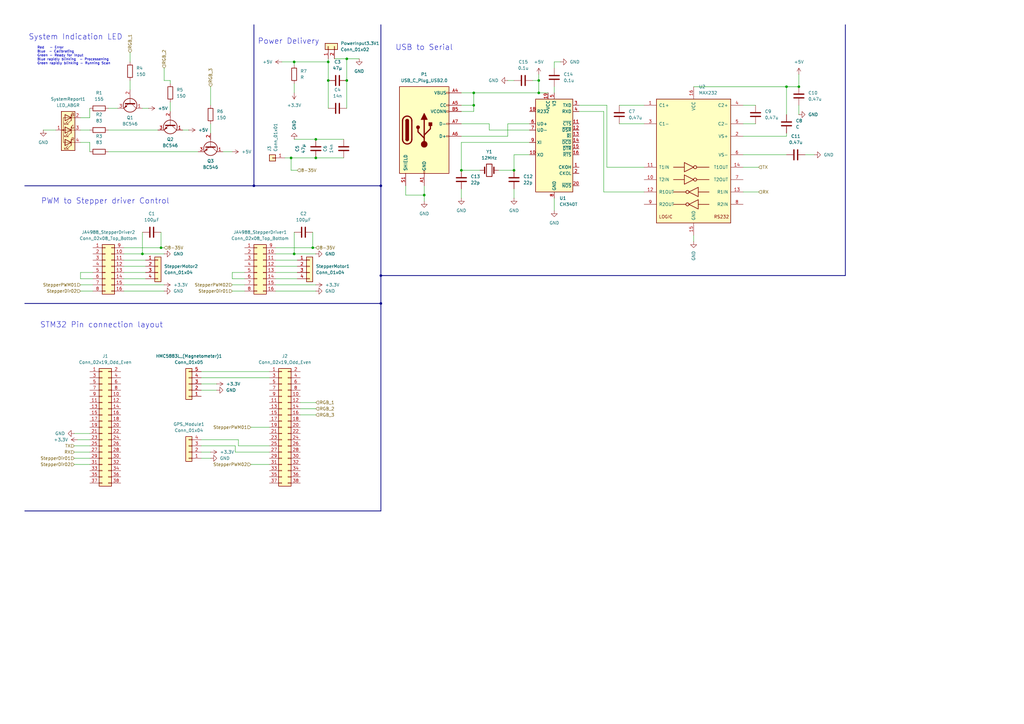
<source format=kicad_sch>
(kicad_sch (version 20250114) (generator "eeschema") (generator_version "9.0")
  (paper "A3")
  (lib_symbols
    (symbol "Connector:USB_C_Plug_USB2.0" (pin_names (offset 1.016))
      (property "Reference" "P" (at -10.16 19.05 0))
      (property "Value" "USB_C_Plug_USB2.0" (at 12.7 19.05 0))
      (symbol "USB_C_Plug_USB2.0_1_1"
        (pin passive line (at -7.62 -22.86 90) (length 5.08) (name "SHIELD") (number "S1"))
        (pin passive line (at 0 -22.86 90) (length 5.08) (name "GND") (number "A1"))
        (pin passive line (at 0 -22.86 90) (length 5.08) (hide yes) (name "GND") (number "A12"))
        (pin passive line (at 0 -22.86 90) (length 5.08) (hide yes) (name "GND") (number "B1"))
        (pin passive line (at 0 -22.86 90) (length 5.08) (hide yes) (name "GND") (number "B12"))
        (pin passive line (at 15.24 15.24 180) (length 5.08) (name "VBUS") (number "A4"))
        (pin passive line (at 15.24 15.24 180) (length 5.08) (hide yes) (name "VBUS") (number "A9"))
        (pin passive line (at 15.24 15.24 180) (length 5.08) (hide yes) (name "VBUS") (number "B4"))
        (pin passive line (at 15.24 15.24 180) (length 5.08) (hide yes) (name "VBUS") (number "B9"))
        (pin bidirectional line (at 15.24 10.16 180) (length 5.08) (name "CC") (number "A5"))
        (pin bidirectional line (at 15.24 7.62 180) (length 5.08) (name "VCONN") (number "B5"))
        (pin bidirectional line (at 15.24 2.54 180) (length 5.08) (name "D-") (number "A7"))
        (pin bidirectional line (at 15.24 -2.54 180) (length 5.08) (name "D+") (number "A6"))
      )
    )
    (symbol "Connector_Generic:Conn_01x01" (pin_names (offset 1.016) (hide yes))
      (property "Reference" "J" (at 0 2.54 0))
      (property "Value" "Conn_01x01" (at 0 -2.54 0))
      (symbol "Conn_01x01_1_1"
        (pin passive line (at -5.08 0 0) (length 3.81) (name "Pin_1") (number "1"))
      )
    )
    (symbol "Connector_Generic:Conn_01x02" (pin_names (offset 1.016) (hide yes))
      (property "Reference" "J" (at 0 2.54 0))
      (property "Value" "Conn_01x02" (at 0 -5.08 0))
      (symbol "Conn_01x02_1_1"
        (pin passive line (at -5.08 0 0) (length 3.81) (name "Pin_1") (number "1"))
        (pin passive line (at -5.08 -2.54 0) (length 3.81) (name "Pin_2") (number "2"))
      )
    )
    (symbol "Connector_Generic:Conn_01x04" (pin_names (offset 1.016) (hide yes))
      (property "Reference" "J" (at 0 5.08 0))
      (property "Value" "Conn_01x04" (at 0 -7.62 0))
      (symbol "Conn_01x04_1_1"
        (pin passive line (at -5.08 2.54 0) (length 3.81) (name "Pin_1") (number "1"))
        (pin passive line (at -5.08 0 0) (length 3.81) (name "Pin_2") (number "2"))
        (pin passive line (at -5.08 -2.54 0) (length 3.81) (name "Pin_3") (number "3"))
        (pin passive line (at -5.08 -5.08 0) (length 3.81) (name "Pin_4") (number "4"))
      )
    )
    (symbol "Connector_Generic:Conn_01x05" (pin_names (offset 1.016) (hide yes))
      (property "Reference" "J" (at 0 7.62 0))
      (property "Value" "Conn_01x05" (at 0 -7.62 0))
      (symbol "Conn_01x05_1_1"
        (pin passive line (at -5.08 5.08 0) (length 3.81) (name "Pin_1") (number "1"))
        (pin passive line (at -5.08 2.54 0) (length 3.81) (name "Pin_2") (number "2"))
        (pin passive line (at -5.08 0 0) (length 3.81) (name "Pin_3") (number "3"))
        (pin passive line (at -5.08 -2.54 0) (length 3.81) (name "Pin_4") (number "4"))
        (pin passive line (at -5.08 -5.08 0) (length 3.81) (name "Pin_5") (number "5"))
      )
    )
    (symbol "Connector_Generic:Conn_02x08_Top_Bottom" (pin_names (offset 1.016) (hide yes))
      (property "Reference" "J" (at 1.27 10.16 0))
      (property "Value" "Conn_02x08_Top_Bottom" (at 1.27 -12.7 0))
      (symbol "Conn_02x08_Top_Bottom_1_1"
        (pin passive line (at -5.08 7.62 0) (length 3.81) (name "Pin_1") (number "1"))
        (pin passive line (at -5.08 5.08 0) (length 3.81) (name "Pin_2") (number "2"))
        (pin passive line (at -5.08 2.54 0) (length 3.81) (name "Pin_3") (number "3"))
        (pin passive line (at -5.08 0 0) (length 3.81) (name "Pin_4") (number "4"))
        (pin passive line (at -5.08 -2.54 0) (length 3.81) (name "Pin_5") (number "5"))
        (pin passive line (at -5.08 -5.08 0) (length 3.81) (name "Pin_6") (number "6"))
        (pin passive line (at -5.08 -7.62 0) (length 3.81) (name "Pin_7") (number "7"))
        (pin passive line (at -5.08 -10.16 0) (length 3.81) (name "Pin_8") (number "8"))
        (pin passive line (at 7.62 7.62 180) (length 3.81) (name "Pin_9") (number "9"))
        (pin passive line (at 7.62 5.08 180) (length 3.81) (name "Pin_10") (number "10"))
        (pin passive line (at 7.62 2.54 180) (length 3.81) (name "Pin_11") (number "11"))
        (pin passive line (at 7.62 0 180) (length 3.81) (name "Pin_12") (number "12"))
        (pin passive line (at 7.62 -2.54 180) (length 3.81) (name "Pin_13") (number "13"))
        (pin passive line (at 7.62 -5.08 180) (length 3.81) (name "Pin_14") (number "14"))
        (pin passive line (at 7.62 -7.62 180) (length 3.81) (name "Pin_15") (number "15"))
        (pin passive line (at 7.62 -10.16 180) (length 3.81) (name "Pin_16") (number "16"))
      )
    )
    (symbol "Connector_Generic:Conn_02x19_Odd_Even" (pin_names (offset 1.016) (hide yes))
      (property "Reference" "J" (at 1.27 25.4 0))
      (property "Value" "Conn_02x19_Odd_Even" (at 1.27 -25.4 0))
      (symbol "Conn_02x19_Odd_Even_1_1"
        (pin passive line (at -5.08 22.86 0) (length 3.81) (name "Pin_1") (number "1"))
        (pin passive line (at -5.08 20.32 0) (length 3.81) (name "Pin_3") (number "3"))
        (pin passive line (at -5.08 17.78 0) (length 3.81) (name "Pin_5") (number "5"))
        (pin passive line (at -5.08 15.24 0) (length 3.81) (name "Pin_7") (number "7"))
        (pin passive line (at -5.08 12.7 0) (length 3.81) (name "Pin_9") (number "9"))
        (pin passive line (at -5.08 10.16 0) (length 3.81) (name "Pin_11") (number "11"))
        (pin passive line (at -5.08 7.62 0) (length 3.81) (name "Pin_13") (number "13"))
        (pin passive line (at -5.08 5.08 0) (length 3.81) (name "Pin_15") (number "15"))
        (pin passive line (at -5.08 2.54 0) (length 3.81) (name "Pin_17") (number "17"))
        (pin passive line (at -5.08 0 0) (length 3.81) (name "Pin_19") (number "19"))
        (pin passive line (at -5.08 -2.54 0) (length 3.81) (name "Pin_21") (number "21"))
        (pin passive line (at -5.08 -5.08 0) (length 3.81) (name "Pin_23") (number "23"))
        (pin passive line (at -5.08 -7.62 0) (length 3.81) (name "Pin_25") (number "25"))
        (pin passive line (at -5.08 -10.16 0) (length 3.81) (name "Pin_27") (number "27"))
        (pin passive line (at -5.08 -12.7 0) (length 3.81) (name "Pin_29") (number "29"))
        (pin passive line (at -5.08 -15.24 0) (length 3.81) (name "Pin_31") (number "31"))
        (pin passive line (at -5.08 -17.78 0) (length 3.81) (name "Pin_33") (number "33"))
        (pin passive line (at -5.08 -20.32 0) (length 3.81) (name "Pin_35") (number "35"))
        (pin passive line (at -5.08 -22.86 0) (length 3.81) (name "Pin_37") (number "37"))
        (pin passive line (at 7.62 22.86 180) (length 3.81) (name "Pin_2") (number "2"))
        (pin passive line (at 7.62 20.32 180) (length 3.81) (name "Pin_4") (number "4"))
        (pin passive line (at 7.62 17.78 180) (length 3.81) (name "Pin_6") (number "6"))
        (pin passive line (at 7.62 15.24 180) (length 3.81) (name "Pin_8") (number "8"))
        (pin passive line (at 7.62 12.7 180) (length 3.81) (name "Pin_10") (number "10"))
        (pin passive line (at 7.62 10.16 180) (length 3.81) (name "Pin_12") (number "12"))
        (pin passive line (at 7.62 7.62 180) (length 3.81) (name "Pin_14") (number "14"))
        (pin passive line (at 7.62 5.08 180) (length 3.81) (name "Pin_16") (number "16"))
        (pin passive line (at 7.62 2.54 180) (length 3.81) (name "Pin_18") (number "18"))
        (pin passive line (at 7.62 0 180) (length 3.81) (name "Pin_20") (number "20"))
        (pin passive line (at 7.62 -2.54 180) (length 3.81) (name "Pin_22") (number "22"))
        (pin passive line (at 7.62 -5.08 180) (length 3.81) (name "Pin_24") (number "24"))
        (pin passive line (at 7.62 -7.62 180) (length 3.81) (name "Pin_26") (number "26"))
        (pin passive line (at 7.62 -10.16 180) (length 3.81) (name "Pin_28") (number "28"))
        (pin passive line (at 7.62 -12.7 180) (length 3.81) (name "Pin_30") (number "30"))
        (pin passive line (at 7.62 -15.24 180) (length 3.81) (name "Pin_32") (number "32"))
        (pin passive line (at 7.62 -17.78 180) (length 3.81) (name "Pin_34") (number "34"))
        (pin passive line (at 7.62 -20.32 180) (length 3.81) (name "Pin_36") (number "36"))
        (pin passive line (at 7.62 -22.86 180) (length 3.81) (name "Pin_38") (number "38"))
      )
    )
    (symbol "Device:C" (pin_numbers (hide yes)) (pin_names (offset 0.254))
      (property "Reference" "C" (at 0.635 2.54 0))
      (property "Value" "C" (at 0.635 -2.54 0))
      (symbol "C_1_1"
        (pin passive line (at 0 3.81 270) (length 2.794) (name "~") (number "1"))
        (pin passive line (at 0 -3.81 90) (length 2.794) (name "~") (number "2"))
      )
    )
    (symbol "Device:Crystal" (pin_numbers (hide yes)) (pin_names (offset 1.016) (hide yes))
      (property "Reference" "Y" (at 0 3.81 0))
      (property "Value" "Crystal" (at 0 -3.81 0))
      (symbol "Crystal_1_1"
        (pin passive line (at -3.81 0 0) (length 1.27) (name "1") (number "1"))
        (pin passive line (at 3.81 0 180) (length 1.27) (name "2") (number "2"))
      )
    )
    (symbol "Device:LED_ABGR" (pin_names (offset 0) (hide yes))
      (property "Reference" "D" (at 0 9.398 0))
      (property "Value" "LED_ABGR" (at 0 -8.89 0))
      (symbol "LED_ABGR_0_0"
        (text "R" (at -1.905 3.81 0) (effects (font (size 1.27 1.27))))
        (text "G" (at -1.905 -1.27 0) (effects (font (size 1.27 1.27))))
        (text "B" (at -1.905 -6.35 0) (effects (font (size 1.27 1.27))))
      )
      (symbol "LED_ABGR_1_1"
        (pin passive line (at -5.08 5.08 0) (length 2.54) (name "RK") (number "4"))
        (pin passive line (at -5.08 0 0) (length 2.54) (name "GK") (number "3"))
        (pin passive line (at -5.08 -5.08 0) (length 2.54) (name "BK") (number "2"))
        (pin passive line (at 5.08 0 180) (length 2.54) (name "A") (number "1"))
      )
    )
    (symbol "Device:R" (pin_numbers (hide yes)) (pin_names (offset 0))
      (property "Reference" "R" (at 2.032 0 90))
      (property "Value" "R" (at 0 0 90))
      (symbol "R_1_1"
        (pin passive line (at 0 3.81 270) (length 1.27) (name "~") (number "1"))
        (pin passive line (at 0 -3.81 90) (length 1.27) (name "~") (number "2"))
      )
    )
    (symbol "Interface_UART:MAX232" (pin_names (offset 1.016))
      (property "Reference" "U" (at -2.54 28.575 0))
      (property "Value" "MAX232" (at -2.54 26.67 0))
      (symbol "MAX232_0_0"
        (text "LOGIC" (at -11.43 -22.86 0) (effects (font (size 1.27 1.27))))
        (text "RS232" (at 11.43 -22.86 0) (effects (font (size 1.27 1.27))))
      )
      (symbol "MAX232_1_1"
        (pin passive line (at -20.32 22.86 0) (length 5.08) (name "C1+") (number "1"))
        (pin passive line (at -20.32 15.24 0) (length 5.08) (name "C1-") (number "3"))
        (pin input line (at -20.32 -2.54 0) (length 5.08) (name "T1IN") (number "11"))
        (pin input line (at -20.32 -7.62 0) (length 5.08) (name "T2IN") (number "10"))
        (pin output line (at -20.32 -12.7 0) (length 5.08) (name "R1OUT") (number "12"))
        (pin output line (at -20.32 -17.78 0) (length 5.08) (name "R2OUT") (number "9"))
        (pin power_in line (at 0 30.48 270) (length 5.08) (name "VCC") (number "16"))
        (pin power_in line (at 0 -30.48 90) (length 5.08) (name "GND") (number "15"))
        (pin passive line (at 20.32 22.86 180) (length 5.08) (name "C2+") (number "4"))
        (pin passive line (at 20.32 15.24 180) (length 5.08) (name "C2-") (number "5"))
        (pin power_out line (at 20.32 10.16 180) (length 5.08) (name "VS+") (number "2"))
        (pin power_out line (at 20.32 2.54 180) (length 5.08) (name "VS-") (number "6"))
        (pin output line (at 20.32 -2.54 180) (length 5.08) (name "T1OUT") (number "14"))
        (pin output line (at 20.32 -7.62 180) (length 5.08) (name "T2OUT") (number "7"))
        (pin input line (at 20.32 -12.7 180) (length 5.08) (name "R1IN") (number "13"))
        (pin input line (at 20.32 -17.78 180) (length 5.08) (name "R2IN") (number "8"))
      )
    )
    (symbol "Interface_USB:CH340T"
      (property "Reference" "U" (at -7.62 22.86 0))
      (property "Value" "CH340T" (at 7.62 22.86 0))
      (symbol "CH340T_1_1"
        (pin input line (at -10.16 15.24 0) (length 2.54) (name "R232") (number "18"))
        (pin bidirectional line (at -10.16 10.16 0) (length 2.54) (name "UD+") (number "6"))
        (pin bidirectional line (at -10.16 7.62 0) (length 2.54) (name "UD-") (number "7"))
        (pin input line (at -10.16 2.54 0) (length 2.54) (name "XI") (number "9"))
        (pin output line (at -10.16 -2.54 0) (length 2.54) (name "XO") (number "10"))
        (pin no_connect line (at -7.62 -7.62 0) (length 2.54) (hide yes) (name "NC") (number "17"))
        (pin power_in line (at -2.54 22.86 270) (length 2.54) (name "VCC") (number "19"))
        (pin power_out line (at 0 22.86 270) (length 2.54) (name "V3") (number "5"))
        (pin power_in line (at 0 -20.32 90) (length 2.54) (name "GND") (number "8"))
        (pin output line (at 10.16 17.78 180) (length 2.54) (name "TXD") (number "3"))
        (pin input line (at 10.16 15.24 180) (length 2.54) (name "RXD") (number "4"))
        (pin input line (at 10.16 10.16 180) (length 2.54) (name "~{CTS}") (number "11"))
        (pin input line (at 10.16 7.62 180) (length 2.54) (name "~{DSR}") (number "12"))
        (pin input line (at 10.16 5.08 180) (length 2.54) (name "~{RI}") (number "13"))
        (pin input line (at 10.16 2.54 180) (length 2.54) (name "~{DCD}") (number "14"))
        (pin output line (at 10.16 0 180) (length 2.54) (name "~{DTR}") (number "15"))
        (pin output line (at 10.16 -2.54 180) (length 2.54) (name "~{RTS}") (number "16"))
        (pin output line (at 10.16 -7.62 180) (length 2.54) (name "CKOH") (number "1"))
        (pin output line (at 10.16 -10.16 180) (length 2.54) (name "CKOL") (number "2"))
        (pin input line (at 10.16 -15.24 180) (length 2.54) (name "~{NOS}") (number "20"))
      )
    )
    (symbol "Transistor_BJT:BC546" (pin_names (offset 0) (hide yes))
      (property "Reference" "Q" (at 5.08 1.905 0))
      (property "Value" "BC546" (at 5.08 0 0))
      (symbol "BC546_1_1"
        (pin input line (at -5.08 0 0) (length 2.54) (name "B") (number "2"))
        (pin passive line (at 2.54 5.08 270) (length 2.54) (name "C") (number "1"))
        (pin passive line (at 2.54 -5.08 90) (length 2.54) (name "E") (number "3"))
      )
    )
    (symbol "power:+3.3V" (power) (pin_numbers (hide yes)) (pin_names (offset 0) (hide yes))
      (property "Value" "+3.3V" (at 0 3.556 0))
      (symbol "+3.3V_1_1"
        (pin power_in line (at 0 0 90) (length 0) (name "~") (number "1"))
      )
    )
    (symbol "power:+5V" (power) (pin_numbers (hide yes)) (pin_names (offset 0) (hide yes))
      (property "Value" "+5V" (at 0 3.556 0))
      (symbol "+5V_1_1"
        (pin power_in line (at 0 0 90) (length 0) (name "~") (number "1"))
      )
    )
    (symbol "power:GND" (power) (pin_numbers (hide yes)) (pin_names (offset 0) (hide yes))
      (property "Value" "GND" (at 0 -3.81 0))
      (symbol "GND_1_1"
        (pin power_in line (at 0 0 270) (length 0) (name "~") (number "1"))
      )
    )
  )
  (text "Red   - Error\nBlue  - Calibrating\nGreen - Ready for Input\nBlue rapidly blinking  - Processening\nGreen rapidly blinking - Running Scan" (at 15.24 22.86 0) (effects (font (size 1 1)) (justify left)))
  (text "STM32 Pin connection layout\n" (at 41.656 133.35 0) (effects (font (size 2.27 2.27))))
  (text "System Indication LED\n" (at 30.988 15.24 0) (effects (font (size 2.27 2.27))))
  (text "Power Delivery" (at 118.364 17.018 0) (effects (font (size 2.27 2.27))))
  (text "USB to Serial\n" (at 173.99 19.558 0) (effects (font (size 2.27 2.27))))
  (text "PWM to Stepper driver Control" (at 43.18 82.55 0) (effects (font (size 2.27 2.27))))
  (junction (at 194.31 38.1))
  (junction (at 104.14 76.2))
  (junction (at 156.21 76.2))
  (junction (at 220.98 33.02))
  (junction (at 129.54 57.15))
  (junction (at 119.38 64.77))
  (junction (at 327.66 35.56))
  (junction (at 220.98 38.1))
  (junction (at 120.65 25.4))
  (junction (at 129.54 64.77))
  (junction (at 58.42 104.14))
  (junction (at 142.24 33.02))
  (junction (at 156.21 113.03))
  (junction (at 66.04 101.6))
  (junction (at 194.31 43.18))
  (junction (at 322.58 35.56))
  (junction (at 120.65 104.14))
  (junction (at 210.82 69.85))
  (junction (at 128.27 101.6))
  (junction (at 142.24 24.13))
  (junction (at 134.62 25.4))
  (junction (at 189.23 69.85))
  (junction (at 173.99 80.01))
  (junction (at 156.21 124.46))
  (junction (at 134.62 33.02))
  (wire (pts (xy 97.79 180.34) (xy 82.55 180.34)))
  (wire (pts (xy 119.38 64.77) (xy 119.38 69.85)))
  (wire (pts (xy 113.03 114.3) (xy 121.92 114.3)))
  (wire (pts (xy 115.57 25.4) (xy 120.65 25.4)))
  (wire (pts (xy 220.98 33.02) (xy 220.98 30.48)))
  (wire (pts (xy 264.16 78.74) (xy 247.65 78.74)))
  (wire (pts (xy 194.31 38.1) (xy 220.98 38.1)))
  (wire (pts (xy 82.55 157.48) (xy 88.9 157.48)))
  (wire (pts (xy 96.52 185.42) (xy 96.52 182.88)))
  (wire (pts (xy 53.34 21.59) (xy 53.34 25.4)))
  (wire (pts (xy 224.79 38.1) (xy 220.98 38.1)))
  (wire (pts (xy 304.8 78.74) (xy 311.15 78.74)))
  (bus (pts (xy 104.14 10.16) (xy 104.14 76.2)))
  (wire (pts (xy 116.84 64.77) (xy 119.38 64.77)))
  (wire (pts (xy 58.42 44.45) (xy 60.96 44.45)))
  (wire (pts (xy 166.37 80.01) (xy 173.99 80.01)))
  (bus (pts (xy 156.21 10.16) (xy 156.21 76.2)))
  (wire (pts (xy 113.03 101.6) (xy 128.27 101.6)))
  (wire (pts (xy 142.24 33.02) (xy 142.24 44.45)))
  (wire (pts (xy 95.25 114.3) (xy 100.33 114.3)))
  (wire (pts (xy 113.03 116.84) (xy 129.54 116.84)))
  (wire (pts (xy 189.23 45.72) (xy 194.31 45.72)))
  (wire (pts (xy 304.8 43.18) (xy 309.88 43.18)))
  (wire (pts (xy 44.45 44.45) (xy 48.26 44.45)))
  (wire (pts (xy 120.65 57.15) (xy 129.54 57.15)))
  (wire (pts (xy 69.85 33.02) (xy 69.85 34.29)))
  (wire (pts (xy 86.36 50.8) (xy 86.36 54.61)))
  (wire (pts (xy 66.04 95.25) (xy 66.04 101.6)))
  (wire (pts (xy 304.8 68.58) (xy 311.15 68.58)))
  (wire (pts (xy 322.58 35.56) (xy 322.58 46.99)))
  (wire (pts (xy 247.65 45.72) (xy 237.49 45.72)))
  (wire (pts (xy 254 50.8) (xy 264.16 50.8)))
  (wire (pts (xy 247.65 78.74) (xy 247.65 45.72)))
  (wire (pts (xy 110.49 185.42) (xy 96.52 185.42)))
  (wire (pts (xy 208.28 55.88) (xy 189.23 55.88)))
  (wire (pts (xy 50.8 109.22) (xy 59.69 109.22)))
  (wire (pts (xy 113.03 106.68) (xy 121.92 106.68)))
  (wire (pts (xy 200.66 53.34) (xy 200.66 50.8)))
  (wire (pts (xy 134.62 33.02) (xy 134.62 44.45)))
  (wire (pts (xy 284.48 35.56) (xy 322.58 35.56)))
  (wire (pts (xy 50.8 116.84) (xy 67.31 116.84)))
  (bus (pts (xy 104.14 76.2) (xy 156.21 76.2)))
  (wire (pts (xy 102.87 190.5) (xy 110.49 190.5)))
  (wire (pts (xy 97.79 182.88) (xy 97.79 180.34)))
  (wire (pts (xy 91.44 62.23) (xy 95.25 62.23)))
  (wire (pts (xy 119.38 64.77) (xy 129.54 64.77)))
  (wire (pts (xy 220.98 38.1) (xy 220.98 33.02)))
  (wire (pts (xy 36.83 177.8) (xy 30.48 177.8)))
  (wire (pts (xy 33.02 114.3) (xy 38.1 114.3)))
  (wire (pts (xy 33.02 116.84) (xy 38.1 116.84)))
  (wire (pts (xy 50.8 104.14) (xy 58.42 104.14)))
  (wire (pts (xy 128.27 95.25) (xy 128.27 101.6)))
  (wire (pts (xy 82.55 160.02) (xy 88.9 160.02)))
  (wire (pts (xy 123.19 170.18) (xy 129.54 170.18)))
  (wire (pts (xy 50.8 114.3) (xy 59.69 114.3)))
  (wire (pts (xy 82.55 154.94) (xy 110.49 154.94)))
  (wire (pts (xy 200.66 50.8) (xy 189.23 50.8)))
  (bus (pts (xy 346.71 10.16) (xy 346.71 113.03)))
  (wire (pts (xy 189.23 58.42) (xy 217.17 58.42)))
  (wire (pts (xy 123.19 167.64) (xy 129.54 167.64)))
  (wire (pts (xy 217.17 50.8) (xy 208.28 50.8)))
  (wire (pts (xy 227.33 81.28) (xy 227.33 86.36)))
  (wire (pts (xy 119.38 69.85) (xy 121.92 69.85)))
  (wire (pts (xy 30.48 187.96) (xy 36.83 187.96)))
  (wire (pts (xy 189.23 77.47) (xy 189.23 81.28)))
  (wire (pts (xy 69.85 33.02) (xy 67.31 33.02)))
  (wire (pts (xy 134.62 24.13) (xy 134.62 25.4)))
  (wire (pts (xy 100.33 111.76) (xy 95.25 111.76)))
  (wire (pts (xy 327.66 43.18) (xy 327.66 46.99)))
  (wire (pts (xy 50.8 119.38) (xy 67.31 119.38)))
  (wire (pts (xy 189.23 38.1) (xy 194.31 38.1)))
  (bus (pts (xy 156.21 113.03) (xy 156.21 124.46)))
  (wire (pts (xy 123.19 165.1) (xy 129.54 165.1)))
  (wire (pts (xy 67.31 33.02) (xy 67.31 27.94)))
  (wire (pts (xy 284.48 96.52) (xy 284.48 99.06)))
  (wire (pts (xy 142.24 24.13) (xy 147.32 24.13)))
  (bus (pts (xy 10.16 209.55) (xy 156.21 209.55)))
  (wire (pts (xy 36.83 48.26) (xy 33.02 48.26)))
  (wire (pts (xy 58.42 95.25) (xy 58.42 104.14)))
  (wire (pts (xy 33.02 119.38) (xy 38.1 119.38)))
  (wire (pts (xy 189.23 43.18) (xy 194.31 43.18)))
  (wire (pts (xy 96.52 182.88) (xy 82.55 182.88)))
  (wire (pts (xy 82.55 185.42) (xy 86.36 185.42)))
  (wire (pts (xy 210.82 63.5) (xy 210.82 69.85)))
  (wire (pts (xy 208.28 33.02) (xy 210.82 33.02)))
  (bus (pts (xy 156.21 113.03) (xy 346.71 113.03)))
  (wire (pts (xy 264.16 68.58) (xy 248.92 68.58)))
  (wire (pts (xy 82.55 187.96) (xy 86.36 187.96)))
  (wire (pts (xy 120.65 25.4) (xy 120.65 26.67)))
  (wire (pts (xy 210.82 77.47) (xy 210.82 81.28)))
  (wire (pts (xy 304.8 55.88) (xy 322.58 55.88)))
  (wire (pts (xy 95.25 116.84) (xy 100.33 116.84)))
  (bus (pts (xy 10.16 124.46) (xy 156.21 124.46)))
  (bus (pts (xy 156.21 124.46) (xy 156.21 209.55)))
  (wire (pts (xy 33.02 53.34) (xy 36.83 53.34)))
  (wire (pts (xy 69.85 41.91) (xy 69.85 45.72)))
  (wire (pts (xy 50.8 101.6) (xy 66.04 101.6)))
  (wire (pts (xy 30.48 190.5) (xy 36.83 190.5)))
  (wire (pts (xy 38.1 111.76) (xy 33.02 111.76)))
  (wire (pts (xy 208.28 50.8) (xy 208.28 55.88)))
  (wire (pts (xy 50.8 106.68) (xy 59.69 106.68)))
  (wire (pts (xy 322.58 55.88) (xy 322.58 54.61)))
  (wire (pts (xy 33.02 111.76) (xy 33.02 114.3)))
  (wire (pts (xy 86.36 35.56) (xy 86.36 43.18)))
  (wire (pts (xy 113.03 109.22) (xy 121.92 109.22)))
  (wire (pts (xy 74.93 53.34) (xy 77.47 53.34)))
  (wire (pts (xy 322.58 35.56) (xy 327.66 35.56)))
  (wire (pts (xy 31.75 180.34) (xy 36.83 180.34)))
  (wire (pts (xy 194.31 38.1) (xy 194.31 43.18)))
  (wire (pts (xy 36.83 44.45) (xy 36.83 48.26)))
  (wire (pts (xy 217.17 53.34) (xy 200.66 53.34)))
  (wire (pts (xy 254 43.18) (xy 264.16 43.18)))
  (wire (pts (xy 227.33 27.94) (xy 227.33 25.4)))
  (wire (pts (xy 17.78 53.34) (xy 22.86 53.34)))
  (wire (pts (xy 66.04 101.6) (xy 67.31 101.6)))
  (wire (pts (xy 44.45 53.34) (xy 64.77 53.34)))
  (wire (pts (xy 173.99 76.2) (xy 173.99 80.01)))
  (wire (pts (xy 129.54 57.15) (xy 140.97 57.15)))
  (wire (pts (xy 82.55 152.4) (xy 110.49 152.4)))
  (wire (pts (xy 120.65 95.25) (xy 120.65 104.14)))
  (wire (pts (xy 173.99 80.01) (xy 173.99 82.55)))
  (wire (pts (xy 36.83 58.42) (xy 33.02 58.42)))
  (wire (pts (xy 95.25 111.76) (xy 95.25 114.3)))
  (wire (pts (xy 53.34 33.02) (xy 53.34 36.83)))
  (wire (pts (xy 113.03 104.14) (xy 120.65 104.14)))
  (wire (pts (xy 120.65 25.4) (xy 134.62 25.4)))
  (wire (pts (xy 189.23 58.42) (xy 189.23 69.85)))
  (wire (pts (xy 50.8 111.76) (xy 59.69 111.76)))
  (wire (pts (xy 110.49 182.88) (xy 97.79 182.88)))
  (wire (pts (xy 194.31 43.18) (xy 194.31 45.72)))
  (wire (pts (xy 44.45 62.23) (xy 81.28 62.23)))
  (wire (pts (xy 327.66 30.48) (xy 327.66 35.56)))
  (wire (pts (xy 120.65 34.29) (xy 120.65 38.1)))
  (wire (pts (xy 128.27 101.6) (xy 129.54 101.6)))
  (wire (pts (xy 248.92 68.58) (xy 248.92 43.18)))
  (wire (pts (xy 58.42 104.14) (xy 67.31 104.14)))
  (wire (pts (xy 129.54 64.77) (xy 140.97 64.77)))
  (wire (pts (xy 227.33 25.4) (xy 229.87 25.4)))
  (wire (pts (xy 304.8 63.5) (xy 322.58 63.5)))
  (wire (pts (xy 189.23 69.85) (xy 196.85 69.85)))
  (wire (pts (xy 204.47 69.85) (xy 210.82 69.85)))
  (wire (pts (xy 304.8 50.8) (xy 309.88 50.8)))
  (wire (pts (xy 227.33 35.56) (xy 227.33 38.1)))
  (wire (pts (xy 137.16 24.13) (xy 142.24 24.13)))
  (bus (pts (xy 156.21 76.2) (xy 156.21 113.03)))
  (wire (pts (xy 36.83 185.42) (xy 30.48 185.42)))
  (wire (pts (xy 95.25 119.38) (xy 100.33 119.38)))
  (wire (pts (xy 248.92 43.18) (xy 237.49 43.18)))
  (wire (pts (xy 166.37 76.2) (xy 166.37 80.01)))
  (wire (pts (xy 113.03 111.76) (xy 121.92 111.76)))
  (wire (pts (xy 218.44 33.02) (xy 220.98 33.02)))
  (wire (pts (xy 120.65 104.14) (xy 129.54 104.14)))
  (wire (pts (xy 217.17 63.5) (xy 210.82 63.5)))
  (wire (pts (xy 142.24 24.13) (xy 142.24 33.02)))
  (wire (pts (xy 102.87 175.26) (xy 110.49 175.26)))
  (wire (pts (xy 36.83 62.23) (xy 36.83 58.42)))
  (wire (pts (xy 134.62 25.4) (xy 134.62 33.02)))
  (wire (pts (xy 36.83 182.88) (xy 30.48 182.88)))
  (wire (pts (xy 330.2 63.5) (xy 334.01 63.5)))
  (bus (pts (xy 10.16 76.2) (xy 104.14 76.2)))
  (wire (pts (xy 113.03 119.38) (xy 129.54 119.38)))
  (hierarchical_label "8-35V" (shape input) (at 67.31 101.6 0))
  (hierarchical_label "StepperDir02" (shape input) (at 30.48 190.5 180))
  (hierarchical_label "StepperDir01" (shape input) (at 30.48 187.96 180))
  (hierarchical_label "RGB_1" (shape input) (at 53.34 21.59 90))
  (hierarchical_label "StepperPWM01" (shape input) (at 33.02 116.84 180))
  (hierarchical_label "RX" (shape input) (at 311.15 78.74 0))
  (hierarchical_label "RGB_3" (shape input) (at 86.36 35.56 90))
  (hierarchical_label "RGB_3" (shape input) (at 129.54 170.18 0))
  (hierarchical_label "StepperDir02" (shape input) (at 33.02 119.38 180))
  (hierarchical_label "TX" (shape input) (at 30.48 182.88 180))
  (hierarchical_label "StepperDir01" (shape input) (at 95.25 119.38 180))
  (hierarchical_label "TX" (shape input) (at 311.15 68.58 0))
  (hierarchical_label "8-35V" (shape input) (at 121.92 69.85 0))
  (hierarchical_label "RGB_2" (shape input) (at 67.31 27.94 90))
  (hierarchical_label "RGB_1" (shape input) (at 129.54 165.1 0))
  (hierarchical_label "RGB_2" (shape input) (at 129.54 167.64 0))
  (hierarchical_label "RX" (shape input) (at 30.48 185.42 180))
  (hierarchical_label "8-35V" (shape input) (at 129.54 101.6 0))
  (hierarchical_label "StepperPWM02" (shape input) (at 95.25 116.84 180))
  (hierarchical_label "StepperPWM02" (shape input) (at 102.87 190.5 180))
  (hierarchical_label "StepperPWM01" (shape input) (at 102.87 175.26 180))
  (symbol (lib_id "Device:R") (at 40.64 62.23 90) (unit 1)
    (property "Reference" "R3" (at 40.64 55.88 90))
    (property "Value" "83" (at 40.64 58.42 90))
    (property "Description" "Resistor" (effects (hide yes)))
  )
  (symbol (lib_id "Device:C") (at 124.46 95.25 90) (unit 1)
    (property "Reference" "C2" (at 124.46 87.63 90))
    (property "Value" "100μF" (at 124.46 90.17 90))
    (property "Description" "Unpolarized capacitor" (effects (hide yes)))
  )
  (symbol (lib_id "power:GND") (at 67.31 104.14 90) (unit 1)
    (property "Reference" "#PWR02" (effects (hide yes)))
    (property "Value" "GND" (at 71.12 104.1399 90) (effects (justify right)))
    (property "Description" "Power symbol creates a global label with name \"GND\" , ground" (effects (hide yes)))
  )
  (symbol (lib_id "power:GND") (at 210.82 81.28 0) (unit 1)
    (property "Reference" "#PWR021" (effects (hide yes)))
    (property "Value" "GND" (at 210.82 86.36 0))
    (property "Description" "Power symbol creates a global label with name \"GND\" , ground" (effects (hide yes)))
  )
  (symbol (lib_id "power:+5V") (at 115.57 25.4 90) (unit 1)
    (property "Reference" "#PWR017" (effects (hide yes)))
    (property "Value" "+5V" (at 111.76 25.3999 90) (effects (justify left)))
    (property "Description" "Power symbol creates a global label with name \"+5V\"" (effects (hide yes)))
  )
  (symbol (lib_id "power:+5V") (at 327.66 30.48 0) (unit 1)
    (property "Reference" "#PWR019" (effects (hide yes)))
    (property "Value" "+5V" (at 327.66 25.4 0))
    (property "Description" "Power symbol creates a global label with name \"+5V\"" (effects (hide yes)))
  )
  (symbol (lib_id "Connector_Generic:Conn_01x04") (at 127 109.22 0) (unit 1)
    (property "Reference" "StepperMotor1" (at 129.54 109.2199 0) (effects (justify left)))
    (property "Value" "Conn_01x04" (at 129.54 111.7599 0) (effects (justify left)))
    (property "Description" "Generic connector, single row, 01x04, script generated (kicad-library-utils/schlib/autogen/connector/)" (effects (hide yes)))
  )
  (symbol (lib_id "power:+5V") (at 220.98 30.48 0) (unit 1)
    (property "Reference" "#PWR025" (effects (hide yes)))
    (property "Value" "+5V" (at 220.98 25.4 0))
    (property "Description" "Power symbol creates a global label with name \"+5V\"" (effects (hide yes)))
  )
  (symbol (lib_id "Connector_Generic:Conn_01x05") (at 77.47 157.48 180) (unit 1)
    (property "Reference" "HMC5883L_(Magnetometer)1" (at 77.47 146.05 0))
    (property "Value" "Conn_01x05" (at 77.47 148.59 0))
    (property "Description" "Generic connector, single row, 01x05, script generated (kicad-library-utils/schlib/autogen/connector/)" (effects (hide yes)))
  )
  (symbol (lib_id "power:+5V") (at 60.96 44.45 270) (unit 1)
    (property "Reference" "#PWR015" (effects (hide yes)))
    (property "Value" "+5V" (at 64.77 44.4499 90) (effects (justify left)))
    (property "Description" "Power symbol creates a global label with name \"+5V\"" (effects (hide yes)))
  )
  (symbol (lib_id "power:GND") (at 67.31 119.38 90) (unit 1)
    (property "Reference" "#PWR04" (effects (hide yes)))
    (property "Value" "GND" (at 71.12 119.3799 90) (effects (justify right)))
    (property "Description" "Power symbol creates a global label with name \"GND\" , ground" (effects (hide yes)))
  )
  (symbol (lib_id "power:+3.3V") (at 129.54 116.84 270) (unit 1)
    (property "Reference" "#PWR07" (effects (hide yes)))
    (property "Value" "+3.3V" (at 133.35 116.8399 90) (effects (justify left)))
    (property "Description" "Power symbol creates a global label with name \"+3.3V\"" (effects (hide yes)))
  )
  (symbol (lib_id "Interface_UART:MAX232") (at 284.48 66.04 0) (unit 1)
    (property "Reference" "U2" (at 286.6233 35.56 0) (effects (justify left)))
    (property "Value" "MAX232" (at 286.6233 38.1 0) (effects (justify left)))
    (property "Datasheet" "http://www.ti.com/lit/ds/symlink/max232.pdf" (effects (hide yes)))
    (property "Description" "Dual RS232 driver/receiver, 5V supply, 120kb/s, 0C-70C" (effects (hide yes)))
  )
  (symbol (lib_id "Device:R") (at 40.64 44.45 90) (unit 1)
    (property "Reference" "R1" (at 40.64 38.1 90))
    (property "Value" "155" (at 40.64 40.64 90))
    (property "Description" "Resistor" (effects (hide yes)))
  )
  (symbol (lib_id "power:GND") (at 88.9 160.02 90) (unit 1)
    (property "Reference" "#PWR029" (effects (hide yes)))
    (property "Value" "GND" (at 92.71 160.0199 90) (effects (justify right)))
    (property "Description" "Power symbol creates a global label with name \"GND\" , ground" (effects (hide yes)))
  )
  (symbol (lib_id "power:GND") (at 30.48 177.8 270) (unit 1)
    (property "Reference" "#PWR012" (effects (hide yes)))
    (property "Value" "GND" (at 26.67 177.8001 90) (effects (justify right)))
    (property "Description" "Power symbol creates a global label with name \"GND\" , ground" (effects (hide yes)))
  )
  (symbol (lib_id "power:GND") (at 17.78 53.34 0) (unit 1)
    (property "Reference" "#PWR016" (effects (hide yes)))
    (property "Value" "GND" (at 17.78 58.42 0))
    (property "Description" "Power symbol creates a global label with name \"GND\" , ground" (effects (hide yes)))
  )
  (symbol (lib_id "Connector_Generic:Conn_01x04") (at 77.47 185.42 180) (unit 1)
    (property "Reference" "GPS_Module1" (at 77.47 173.99 0))
    (property "Value" "Conn_01x04" (at 77.47 176.53 0))
    (property "Description" "Generic connector, single row, 01x04, script generated (kicad-library-utils/schlib/autogen/connector/)" (effects (hide yes)))
  )
  (symbol (lib_id "Device:C") (at 138.43 44.45 90) (unit 1)
    (property "Reference" "C4" (at 138.43 36.83 90))
    (property "Value" "14n" (at 138.43 39.37 90))
    (property "Description" "Unpolarized capacitor" (effects (hide yes)))
  )
  (symbol (lib_id "Connector_Generic:Conn_01x01") (at 111.76 64.77 180) (unit 1)
    (property "Reference" "J3" (at 110.4899 62.23 90) (effects (justify right)))
    (property "Value" "Conn_01x01" (at 113.0299 62.23 90) (effects (justify right)))
    (property "Description" "Generic connector, single row, 01x01, script generated (kicad-library-utils/schlib/autogen/connector/)" (effects (hide yes)))
  )
  (symbol (lib_id "Device:C") (at 327.66 39.37 0) (unit 1)
    (property "Reference" "C10" (at 331.47 38.0999 0) (effects (justify left)))
    (property "Value" "0.47u" (at 331.47 40.6399 0) (effects (justify left)))
    (property "Description" "Unpolarized capacitor" (effects (hide yes)))
  )
  (symbol (lib_id "Connector_Generic:Conn_02x08_Top_Bottom") (at 105.41 109.22 0) (unit 1)
    (property "Reference" "JA4988_StepperDriver1" (at 106.68 95.25 0))
    (property "Value" "Conn_02x08_Top_Bottom" (at 106.68 97.79 0))
    (property "Description" "Generic connector, double row, 02x08, top/bottom pin numbering scheme (row 1: 1...pins_per_row, row2: pins_per_row+1 ... num_pins), script generated (kicad-library-utils/schlib/autogen/connector/)" (effects (hide yes)))
  )
  (symbol (lib_id "Device:R") (at 40.64 53.34 90) (unit 1)
    (property "Reference" "R2" (at 40.64 46.99 90))
    (property "Value" "83" (at 40.64 49.53 90))
    (property "Description" "Resistor" (effects (hide yes)))
  )
  (symbol (lib_id "Connector:USB_C_Plug_USB2.0") (at 173.99 53.34 0) (unit 1)
    (property "Reference" "P1" (at 173.99 30.48 0))
    (property "Value" "USB_C_Plug_USB2.0" (at 173.99 33.02 0))
    (property "Datasheet" "https://www.usb.org/sites/default/files/documents/usb_type-c.zip" (effects (hide yes)))
    (property "Description" "USB 2.0-only Type-C Plug connector" (effects (hide yes)))
  )
  (symbol (lib_id "Device:C") (at 227.33 31.75 0) (unit 1)
    (property "Reference" "C14" (at 231.14 30.4799 0) (effects (justify left)))
    (property "Value" "0.1u" (at 231.14 33.0199 0) (effects (justify left)))
    (property "Description" "Unpolarized capacitor" (effects (hide yes)))
  )
  (symbol (lib_id "Device:R") (at 120.65 30.48 0) (unit 1)
    (property "Reference" "R7" (at 123.19 29.2099 0) (effects (justify left)))
    (property "Value" "R" (at 123.19 31.7499 0) (effects (justify left)))
    (property "Description" "Resistor" (effects (hide yes)))
  )
  (symbol (lib_id "Device:C") (at 326.39 63.5 90) (unit 1)
    (property "Reference" "C11" (at 326.39 55.88 90))
    (property "Value" "0.47u" (at 326.39 58.42 90))
    (property "Description" "Unpolarized capacitor" (effects (hide yes)))
  )
  (symbol (lib_id "Device:C") (at 140.97 60.96 180) (unit 1)
    (property "Reference" "C6" (at 133.35 60.96 90))
    (property "Value" "14n" (at 135.89 60.96 90))
    (property "Description" "Unpolarized capacitor" (effects (hide yes)))
  )
  (symbol (lib_id "Interface_USB:CH340T") (at 227.33 60.96 0) (unit 1)
    (property "Reference" "U1" (at 229.4733 81.28 0) (effects (justify left)))
    (property "Value" "CH340T" (at 229.4733 83.82 0) (effects (justify left)))
    (property "Footprint" "Package_SO:SSOP-20_5.3x7.2mm_P0.65mm" (effects (hide yes)))
    (property "Datasheet" "https://cdn.sparkfun.com/datasheets/Dev/Arduino/Other/CH340DS1.PDF" (effects (hide yes)))
    (property "Description" "USB serial converter, UART, SSOP-20" (effects (hide yes)))
  )
  (symbol (lib_id "power:GND") (at 173.99 82.55 0) (unit 1)
    (property "Reference" "#PWR01" (effects (hide yes)))
    (property "Value" "GND" (at 173.99 87.63 0))
    (property "Description" "Power symbol creates a global label with name \"GND\" , ground" (effects (hide yes)))
  )
  (symbol (lib_id "Device:C") (at 214.63 33.02 90) (unit 1)
    (property "Reference" "C15" (at 214.63 25.4 90))
    (property "Value" "0.1u" (at 214.63 27.94 90))
    (property "Description" "Unpolarized capacitor" (effects (hide yes)))
  )
  (symbol (lib_id "Device:C") (at 322.58 50.8 0) (unit 1)
    (property "Reference" "C8" (at 326.39 49.5299 0) (effects (justify left)))
    (property "Value" "C" (at 326.39 52.0699 0) (effects (justify left)))
    (property "Description" "Unpolarized capacitor" (effects (hide yes)))
  )
  (symbol (lib_id "Device:C") (at 138.43 33.02 90) (unit 1)
    (property "Reference" "C3" (at 138.43 25.4 90))
    (property "Value" "47µ" (at 138.43 27.94 90))
    (property "Description" "Unpolarized capacitor" (effects (hide yes)))
  )
  (symbol (lib_id "power:GND") (at 86.36 187.96 90) (unit 1)
    (property "Reference" "#PWR030" (effects (hide yes)))
    (property "Value" "GND" (at 90.17 187.9599 90) (effects (justify right)))
    (property "Description" "Power symbol creates a global label with name \"GND\" , ground" (effects (hide yes)))
  )
  (symbol (lib_id "Connector_Generic:Conn_02x19_Odd_Even") (at 41.91 175.26 0) (unit 1)
    (property "Reference" "J1" (at 43.18 146.05 0))
    (property "Value" "Conn_02x19_Odd_Even" (at 43.18 148.59 0))
    (property "Description" "Generic connector, double row, 02x19, odd/even pin numbering scheme (row 1 odd numbers, row 2 even numbers), script generated (kicad-library-utils/schlib/autogen/connector/)" (effects (hide yes)))
  )
  (symbol (lib_id "power:+3.3V") (at 120.65 38.1 180) (unit 1)
    (property "Reference" "#PWR09" (effects (hide yes)))
    (property "Value" "+3.3V" (at 120.65 43.18 0))
    (property "Description" "Power symbol creates a global label with name \"+3.3V\"" (effects (hide yes)))
  )
  (symbol (lib_id "Transistor_BJT:BC546") (at 69.85 50.8 270) (unit 1)
    (property "Reference" "Q2" (at 69.85 57.15 90))
    (property "Value" "BC546" (at 69.85 59.69 90))
    (property "Footprint" "Package_TO_SOT_THT:TO-92_Inline" (effects (hide yes)))
    (property "Datasheet" "https://www.onsemi.com/pub/Collateral/BC550-D.pdf" (effects (hide yes)))
    (property "Description" "0.1A Ic, 65V Vce, Small Signal NPN Transistor, TO-92" (effects (hide yes)))
  )
  (symbol (lib_id "power:GND") (at 120.65 57.15 180) (unit 1)
    (property "Reference" "#PWR018" (effects (hide yes)))
    (property "Value" "GND" (at 120.6499 53.34 90) (effects (justify right)))
    (property "Description" "Power symbol creates a global label with name \"GND\" , ground" (effects (hide yes)))
  )
  (symbol (lib_id "Device:C") (at 309.88 46.99 0) (unit 1)
    (property "Reference" "C9" (at 313.69 45.7199 0) (effects (justify left)))
    (property "Value" "0.47u" (at 313.69 48.2599 0) (effects (justify left)))
    (property "Description" "Unpolarized capacitor" (effects (hide yes)))
  )
  (symbol (lib_id "Device:R") (at 86.36 46.99 0) (unit 1)
    (property "Reference" "R6" (at 88.9 45.7199 0) (effects (justify left)))
    (property "Value" "150" (at 88.9 48.2599 0) (effects (justify left)))
    (property "Description" "Resistor" (effects (hide yes)))
  )
  (symbol (lib_id "power:+5V") (at 77.47 53.34 270) (unit 1)
    (property "Reference" "#PWR014" (effects (hide yes)))
    (property "Value" "+5V" (at 81.28 53.3399 90) (effects (justify left)))
    (property "Description" "Power symbol creates a global label with name \"+5V\"" (effects (hide yes)))
  )
  (symbol (lib_id "power:+3.3V") (at 86.36 185.42 270) (unit 1)
    (property "Reference" "#PWR031" (effects (hide yes)))
    (property "Value" "+3.3V" (at 90.17 185.4199 90) (effects (justify left)))
    (property "Description" "Power symbol creates a global label with name \"+3.3V\"" (effects (hide yes)))
  )
  (symbol (lib_id "power:GND") (at 327.66 46.99 90) (unit 1)
    (property "Reference" "#PWR05" (effects (hide yes)))
    (property "Value" "GND" (at 331.47 46.9899 90) (effects (justify right)))
    (property "Description" "Power symbol creates a global label with name \"GND\" , ground" (effects (hide yes)))
  )
  (symbol (lib_id "Transistor_BJT:BC546") (at 86.36 59.69 270) (unit 1)
    (property "Reference" "Q3" (at 86.36 66.04 90))
    (property "Value" "BC546" (at 86.36 68.58 90))
    (property "Footprint" "Package_TO_SOT_THT:TO-92_Inline" (effects (hide yes)))
    (property "Datasheet" "https://www.onsemi.com/pub/Collateral/BC550-D.pdf" (effects (hide yes)))
    (property "Description" "0.1A Ic, 65V Vce, Small Signal NPN Transistor, TO-92" (effects (hide yes)))
  )
  (symbol (lib_id "Connector_Generic:Conn_01x02") (at 134.62 19.05 90) (unit 1)
    (property "Reference" "PowerInput3.3V1" (at 139.7 17.7799 90) (effects (justify right)))
    (property "Value" "Conn_01x02" (at 139.7 20.3199 90) (effects (justify right)))
    (property "Description" "Generic connector, single row, 01x02, script generated (kicad-library-utils/schlib/autogen/connector/)" (effects (hide yes)))
  )
  (symbol (lib_id "Device:C") (at 254 46.99 0) (unit 1)
    (property "Reference" "C7" (at 257.81 45.7199 0) (effects (justify left)))
    (property "Value" "0.47u" (at 257.81 48.2599 0) (effects (justify left)))
    (property "Description" "Unpolarized capacitor" (effects (hide yes)))
  )
  (symbol (lib_id "Device:LED_ABGR") (at 27.94 53.34 180) (unit 1)
    (property "Reference" "SystemReport1" (at 27.94 40.64 0))
    (property "Value" "LED_ABGR" (at 27.94 43.18 0))
    (property "Description" "RGB LED, anode/blue/green/red" (effects (hide yes)))
  )
  (symbol (lib_id "power:+3.3V") (at 31.75 180.34 90) (unit 1)
    (property "Reference" "#PWR011" (effects (hide yes)))
    (property "Value" "+3.3V" (at 27.94 180.3399 90) (effects (justify left)))
    (property "Description" "Power symbol creates a global label with name \"+3.3V\"" (effects (hide yes)))
  )
  (symbol (lib_id "power:GND") (at 334.01 63.5 90) (unit 1)
    (property "Reference" "#PWR020" (effects (hide yes)))
    (property "Value" "GND" (at 337.82 63.4999 90) (effects (justify right)))
    (property "Description" "Power symbol creates a global label with name \"GND\" , ground" (effects (hide yes)))
  )
  (symbol (lib_id "power:+5V") (at 95.25 62.23 270) (unit 1)
    (property "Reference" "#PWR013" (effects (hide yes)))
    (property "Value" "+5V" (at 99.06 62.2299 90) (effects (justify left)))
    (property "Description" "Power symbol creates a global label with name \"+5V\"" (effects (hide yes)))
  )
  (symbol (lib_id "Transistor_BJT:BC546") (at 53.34 41.91 270) (unit 1)
    (property "Reference" "Q1" (at 53.34 48.26 90))
    (property "Value" "BC546" (at 53.34 50.8 90))
    (property "Footprint" "Package_TO_SOT_THT:TO-92_Inline" (effects (hide yes)))
    (property "Datasheet" "https://www.onsemi.com/pub/Collateral/BC550-D.pdf" (effects (hide yes)))
    (property "Description" "0.1A Ic, 65V Vce, Small Signal NPN Transistor, TO-92" (effects (hide yes)))
  )
  (symbol (lib_id "Device:C") (at 189.23 73.66 0) (unit 1)
    (property "Reference" "C13" (at 193.04 72.3899 0) (effects (justify left)))
    (property "Value" "22p" (at 193.04 74.9299 0) (effects (justify left)))
    (property "Description" "Unpolarized capacitor" (effects (hide yes)))
  )
  (symbol (lib_id "Device:R") (at 53.34 29.21 0) (unit 1)
    (property "Reference" "R4" (at 55.88 27.9399 0) (effects (justify left)))
    (property "Value" "150" (at 55.88 30.4799 0) (effects (justify left)))
    (property "Description" "Resistor" (effects (hide yes)))
  )
  (symbol (lib_id "Device:C") (at 62.23 95.25 90) (unit 1)
    (property "Reference" "C1" (at 62.23 87.63 90))
    (property "Value" "100μF" (at 62.23 90.17 90))
    (property "Description" "Unpolarized capacitor" (effects (hide yes)))
  )
  (symbol (lib_id "power:GND") (at 189.23 81.28 0) (unit 1)
    (property "Reference" "#PWR022" (effects (hide yes)))
    (property "Value" "GND" (at 189.23 86.36 0))
    (property "Description" "Power symbol creates a global label with name \"GND\" , ground" (effects (hide yes)))
  )
  (symbol (lib_id "power:+3.3V") (at 67.31 116.84 270) (unit 1)
    (property "Reference" "#PWR03" (effects (hide yes)))
    (property "Value" "+3.3V" (at 71.12 116.8399 90) (effects (justify left)))
    (property "Description" "Power symbol creates a global label with name \"+3.3V\"" (effects (hide yes)))
  )
  (symbol (lib_id "power:GND") (at 229.87 25.4 90) (unit 1)
    (property "Reference" "#PWR024" (effects (hide yes)))
    (property "Value" "GND" (at 233.68 25.3999 90) (effects (justify right)))
    (property "Description" "Power symbol creates a global label with name \"GND\" , ground" (effects (hide yes)))
  )
  (symbol (lib_id "power:+3.3V") (at 88.9 157.48 270) (unit 1)
    (property "Reference" "#PWR028" (effects (hide yes)))
    (property "Value" "+3.3V" (at 92.71 157.4799 90) (effects (justify left)))
    (property "Description" "Power symbol creates a global label with name \"+3.3V\"" (effects (hide yes)))
  )
  (symbol (lib_id "Connector_Generic:Conn_01x04") (at 64.77 109.22 0) (unit 1)
    (property "Reference" "StepperMotor2" (at 67.31 109.2199 0) (effects (justify left)))
    (property "Value" "Conn_01x04" (at 67.31 111.7599 0) (effects (justify left)))
    (property "Description" "Generic connector, single row, 01x04, script generated (kicad-library-utils/schlib/autogen/connector/)" (effects (hide yes)))
  )
  (symbol (lib_id "Device:R") (at 69.85 38.1 0) (unit 1)
    (property "Reference" "R5" (at 72.39 36.8299 0) (effects (justify left)))
    (property "Value" "150" (at 72.39 39.3699 0) (effects (justify left)))
    (property "Description" "Resistor" (effects (hide yes)))
  )
  (symbol (lib_id "Connector_Generic:Conn_02x19_Odd_Even") (at 115.57 175.26 0) (unit 1)
    (property "Reference" "J2" (at 116.84 146.05 0))
    (property "Value" "Conn_02x19_Odd_Even" (at 116.84 148.59 0))
    (property "Description" "Generic connector, double row, 02x19, odd/even pin numbering scheme (row 1 odd numbers, row 2 even numbers), script generated (kicad-library-utils/schlib/autogen/connector/)" (effects (hide yes)))
  )
  (symbol (lib_id "power:GND") (at 129.54 119.38 90) (unit 1)
    (property "Reference" "#PWR08" (effects (hide yes)))
    (property "Value" "GND" (at 133.35 119.3799 90) (effects (justify right)))
    (property "Description" "Power symbol creates a global label with name \"GND\" , ground" (effects (hide yes)))
  )
  (symbol (lib_id "power:GND") (at 208.28 33.02 270) (unit 1)
    (property "Reference" "#PWR026" (effects (hide yes)))
    (property "Value" "GND" (at 204.47 33.0199 90) (effects (justify right)))
    (property "Description" "Power symbol creates a global label with name \"GND\" , ground" (effects (hide yes)))
  )
  (symbol (lib_id "power:GND") (at 227.33 86.36 0) (unit 1)
    (property "Reference" "#PWR023" (effects (hide yes)))
    (property "Value" "GND" (at 227.33 91.44 0))
    (property "Description" "Power symbol creates a global label with name \"GND\" , ground" (effects (hide yes)))
  )
  (symbol (lib_id "power:GND") (at 129.54 104.14 90) (unit 1)
    (property "Reference" "#PWR06" (effects (hide yes)))
    (property "Value" "GND" (at 133.35 104.1399 90) (effects (justify right)))
    (property "Description" "Power symbol creates a global label with name \"GND\" , ground" (effects (hide yes)))
  )
  (symbol (lib_id "Connector_Generic:Conn_02x08_Top_Bottom") (at 43.18 109.22 0) (unit 1)
    (property "Reference" "JA4988_StepperDriver2" (at 44.45 95.25 0))
    (property "Value" "Conn_02x08_Top_Bottom" (at 44.45 97.79 0))
    (property "Description" "Generic connector, double row, 02x08, top/bottom pin numbering scheme (row 1: 1...pins_per_row, row2: pins_per_row+1 ... num_pins), script generated (kicad-library-utils/schlib/autogen/connector/)" (effects (hide yes)))
  )
  (symbol (lib_id "Device:C") (at 129.54 60.96 180) (unit 1)
    (property "Reference" "C5" (at 121.92 60.96 90))
    (property "Value" "47µ" (at 124.46 60.96 90))
    (property "Description" "Unpolarized capacitor" (effects (hide yes)))
  )
  (symbol (lib_id "power:GND") (at 284.48 99.06 0) (unit 1)
    (property "Reference" "#PWR027" (effects (hide yes)))
    (property "Value" "GND" (at 284.4801 102.87 90) (effects (justify right)))
    (property "Description" "Power symbol creates a global label with name \"GND\" , ground" (effects (hide yes)))
  )
  (symbol (lib_id "power:GND") (at 147.32 24.13 0) (unit 1)
    (property "Reference" "#PWR010" (effects (hide yes)))
    (property "Value" "GND" (at 147.32 29.21 0))
    (property "Description" "Power symbol creates a global label with name \"GND\" , ground" (effects (hide yes)))
  )
  (symbol (lib_id "Device:Crystal") (at 200.66 69.85 0) (unit 1)
    (property "Reference" "Y1" (at 200.66 62.23 0))
    (property "Value" "12MHz" (at 200.66 64.77 0))
    (property "Description" "Two pin crystal" (effects (hide yes)))
  )
  (symbol (lib_id "Device:C") (at 210.82 73.66 0) (unit 1)
    (property "Reference" "C12" (at 214.63 72.3899 0) (effects (justify left)))
    (property "Value" "22p" (at 214.63 74.9299 0) (effects (justify left)))
    (property "Description" "Unpolarized capacitor" (effects (hide yes)))
  )
)
</source>
